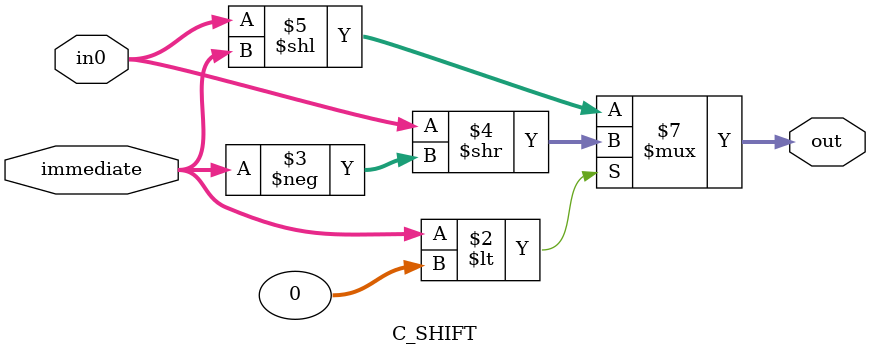
<source format=v>

module C_SHIFT (immediate, in0, out);

	input signed [4:0] immediate;
	input [15:0] in0;
	output reg [15:0] out;
	
	always @(*) begin
		if (immediate < 0) begin
			// If immediate is negative, perform right shift
			out = in0 >> -immediate; // We flip the negative number to a positive one
		end else begin
			// If immediate is positive, perform standard left shit
			out = in0 << immediate;
		end
	end

	
endmodule

</source>
